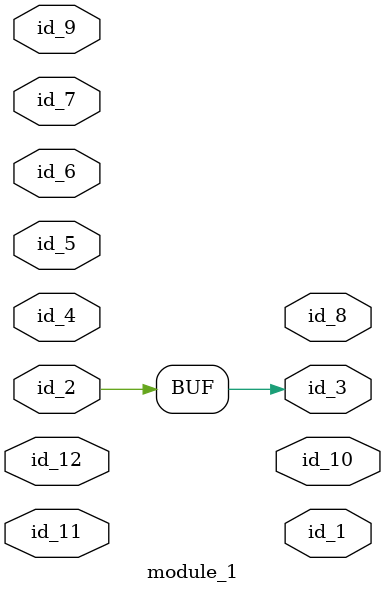
<source format=v>
module module_0 ();
  wor id_1 = id_1;
  assign id_1 = 1;
  wire id_2;
  wire [-1 : -1] id_3;
endmodule
module module_1 (
    id_1,
    id_2,
    id_3,
    id_4,
    id_5,
    id_6,
    id_7,
    id_8,
    id_9,
    id_10,
    id_11,
    id_12
);
  input wire id_12;
  module_0 modCall_1 ();
  inout wire id_11;
  output wire id_10;
  inout wire id_9;
  output wire id_8;
  input wire id_7;
  inout wire id_6;
  inout wire id_5;
  inout wire id_4;
  output wire id_3;
  input wire id_2;
  output wire id_1;
  assign id_3 = id_2;
endmodule

</source>
